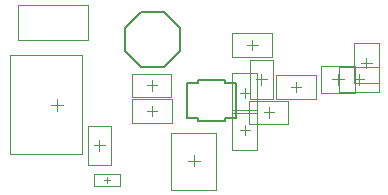
<source format=gbr>
G04*
G04 #@! TF.GenerationSoftware,Altium Limited,Altium Designer,24.6.1 (21)*
G04*
G04 Layer_Color=32768*
%FSLAX25Y25*%
%MOIN*%
G70*
G04*
G04 #@! TF.SameCoordinates,5512D287-6342-4ABA-9CF6-7DAEAAFA0F20*
G04*
G04*
G04 #@! TF.FilePolarity,Positive*
G04*
G01*
G75*
%ADD11C,0.00600*%
%ADD39C,0.00394*%
%ADD42C,0.00197*%
D11*
X362506Y377080D02*
X367947Y382522D01*
X362506Y369463D02*
Y377080D01*
Y369463D02*
X367947Y364022D01*
X375565D01*
X381006Y369463D01*
Y377080D01*
X375565Y382522D02*
X381006Y377080D01*
X367947Y382522D02*
X375565D01*
X383075Y347160D02*
Y358840D01*
X386925D01*
Y359900D01*
X395825D01*
Y358840D02*
Y359900D01*
Y358840D02*
X399675D01*
Y347160D02*
Y358840D01*
X395825Y347160D02*
X399675D01*
X395825Y346100D02*
Y347160D01*
X386925Y346100D02*
X395825D01*
X386925D02*
Y347160D01*
X383075D02*
X386925D01*
D39*
X354000Y336228D02*
Y339772D01*
X352228Y338000D02*
X355772D01*
X356500Y325516D02*
Y327484D01*
X355516Y326500D02*
X357484D01*
X385500Y331012D02*
Y334949D01*
X383531Y332980D02*
X387469D01*
X400728Y343146D02*
X404272D01*
X402500Y341374D02*
Y344917D01*
X438728Y360000D02*
X442272D01*
X440500Y358228D02*
Y361772D01*
X443000Y363728D02*
Y367272D01*
X441228Y365500D02*
X444772D01*
X433500Y358032D02*
Y361968D01*
X431531Y360000D02*
X435468D01*
X403228Y371500D02*
X406772D01*
X405000Y369728D02*
Y373272D01*
X339815Y349594D02*
Y353532D01*
X337846Y351563D02*
X341783D01*
X402500Y353728D02*
Y357272D01*
X400728Y355500D02*
X404272D01*
X369728Y358000D02*
X373272D01*
X371500Y356228D02*
Y359772D01*
X417728Y357500D02*
X421272D01*
X419500Y355728D02*
Y359272D01*
X408000Y358228D02*
Y361772D01*
X406228Y360000D02*
X409772D01*
X408728Y349000D02*
X412272D01*
X410500Y347228D02*
Y350772D01*
X369728Y349500D02*
X373272D01*
X371500Y347728D02*
Y351272D01*
D42*
X350063Y344496D02*
X357937D01*
X350063Y331504D02*
X357937D01*
X357937Y344496D02*
X357937Y331504D01*
X350063D02*
Y344496D01*
X360929Y324532D02*
Y328468D01*
X352071Y324532D02*
X360929D01*
X352071D02*
Y328468D01*
Y328500D02*
X360929D01*
X378020Y323138D02*
Y342035D01*
Y323138D02*
X392980D01*
Y342035D01*
X378020D02*
X392980D01*
X398366Y349839D02*
X398366Y336453D01*
X406634Y349839D02*
X406634Y336453D01*
X398366Y349839D02*
X406634Y349839D01*
X398366Y336453D02*
X406634D01*
X433807Y355866D02*
X433807Y364134D01*
X447193Y355866D02*
Y364134D01*
X433807Y355866D02*
X447193D01*
X433807Y364134D02*
X447193Y364134D01*
X438866Y358807D02*
X447134D01*
X438866Y372193D02*
X447134D01*
X438866D02*
X438866Y358807D01*
X447134D02*
X447134Y372193D01*
X427791Y364449D02*
X439209D01*
X427791Y355551D02*
X439209D01*
X427791D02*
Y364449D01*
X439209Y355551D02*
Y364449D01*
X398307Y367366D02*
Y375634D01*
X411693Y367366D02*
Y375634D01*
X398307Y375634D02*
X411693Y375634D01*
X398307Y367366D02*
X411693Y367366D01*
X348378Y335028D02*
Y368098D01*
X324067Y335028D02*
X348378D01*
X324067D02*
Y368098D01*
X348378D01*
X326866Y384886D02*
X350134Y384886D01*
X326866Y373114D02*
Y384886D01*
Y373114D02*
X350134Y373114D01*
Y384886D01*
X398366Y362193D02*
X406634D01*
X398366Y348807D02*
X406634D01*
X398366D02*
Y362193D01*
X406634D02*
X406634Y348807D01*
X365004Y354063D02*
Y361937D01*
X377996Y354063D02*
Y361937D01*
X365004Y361937D02*
X377996Y361937D01*
X365004Y354063D02*
X377996D01*
X412807Y353366D02*
Y361634D01*
X426193Y353366D02*
Y361634D01*
X412807D02*
X426193D01*
X412807Y353366D02*
X426193D01*
X404063Y366496D02*
X411937D01*
X404063Y353504D02*
X411937D01*
X411937Y366496D02*
X411937Y353504D01*
X404063D02*
Y366496D01*
X404004Y345063D02*
Y352937D01*
X416996Y345063D02*
Y352937D01*
X404004D02*
X416996D01*
X404004Y345063D02*
X416996D01*
X364807Y345366D02*
Y353634D01*
X378193Y345366D02*
Y353634D01*
X364807D02*
X378193D01*
X364807Y345366D02*
X378193D01*
M02*

</source>
